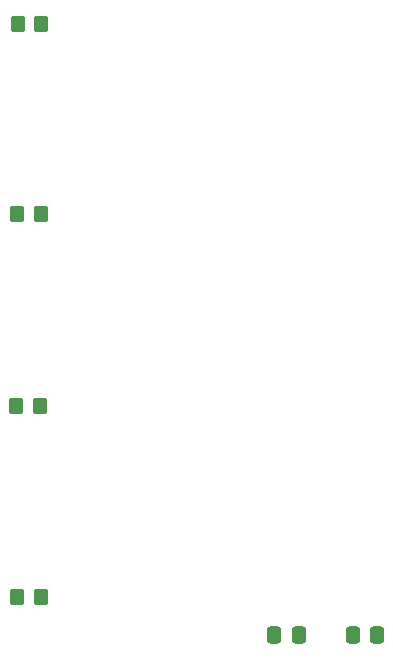
<source format=gtp>
%TF.GenerationSoftware,KiCad,Pcbnew,7.0.7*%
%TF.CreationDate,2023-10-17T10:26:18-07:00*%
%TF.ProjectId,dev-board,6465762d-626f-4617-9264-2e6b69636164,rev?*%
%TF.SameCoordinates,Original*%
%TF.FileFunction,Paste,Top*%
%TF.FilePolarity,Positive*%
%FSLAX46Y46*%
G04 Gerber Fmt 4.6, Leading zero omitted, Abs format (unit mm)*
G04 Created by KiCad (PCBNEW 7.0.7) date 2023-10-17 10:26:18*
%MOMM*%
%LPD*%
G01*
G04 APERTURE LIST*
G04 Aperture macros list*
%AMRoundRect*
0 Rectangle with rounded corners*
0 $1 Rounding radius*
0 $2 $3 $4 $5 $6 $7 $8 $9 X,Y pos of 4 corners*
0 Add a 4 corners polygon primitive as box body*
4,1,4,$2,$3,$4,$5,$6,$7,$8,$9,$2,$3,0*
0 Add four circle primitives for the rounded corners*
1,1,$1+$1,$2,$3*
1,1,$1+$1,$4,$5*
1,1,$1+$1,$6,$7*
1,1,$1+$1,$8,$9*
0 Add four rect primitives between the rounded corners*
20,1,$1+$1,$2,$3,$4,$5,0*
20,1,$1+$1,$4,$5,$6,$7,0*
20,1,$1+$1,$6,$7,$8,$9,0*
20,1,$1+$1,$8,$9,$2,$3,0*%
G04 Aperture macros list end*
%ADD10RoundRect,0.250000X0.350000X0.450000X-0.350000X0.450000X-0.350000X-0.450000X0.350000X-0.450000X0*%
%ADD11RoundRect,0.250000X0.337500X0.475000X-0.337500X0.475000X-0.337500X-0.475000X0.337500X-0.475000X0*%
%ADD12RoundRect,0.250000X-0.337500X-0.475000X0.337500X-0.475000X0.337500X0.475000X-0.337500X0.475000X0*%
G04 APERTURE END LIST*
D10*
%TO.C,R4*%
X146650000Y-102400000D03*
X144650000Y-102400000D03*
%TD*%
%TO.C,R3*%
X146600000Y-86200000D03*
X144600000Y-86200000D03*
%TD*%
D11*
%TO.C,C5*%
X175137500Y-105600000D03*
X173062500Y-105600000D03*
%TD*%
D10*
%TO.C,R1*%
X146700000Y-53850000D03*
X144700000Y-53850000D03*
%TD*%
%TO.C,R2*%
X146650000Y-70000000D03*
X144650000Y-70000000D03*
%TD*%
D12*
%TO.C,C6*%
X166412500Y-105600000D03*
X168487500Y-105600000D03*
%TD*%
M02*

</source>
